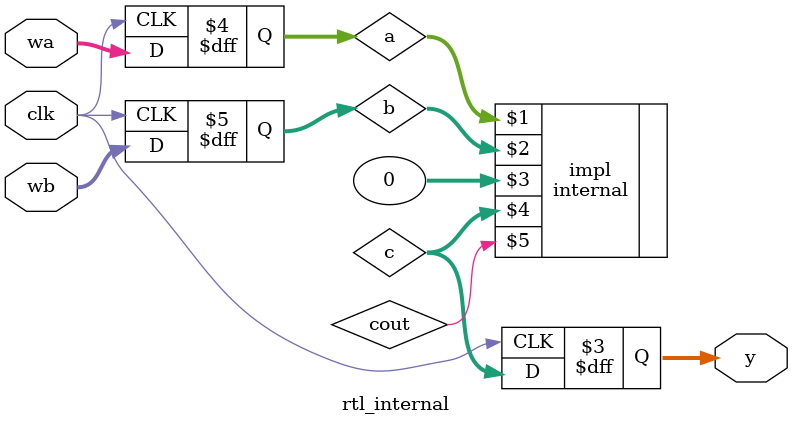
<source format=v>
module rtl_internal #(
    parameter N = 64
) (
    input wire clk,
    input wire [N-1: 0] wa,
    input wire [N-1: 0] wb,
    output reg [N-1: 0] y
);

reg [N-1: 0] a;
reg [N-1: 0] b;

wire [N-1: 0] c;
wire cout;

internal #(N) impl(a, b, 0, c, cout);

always @(posedge clk) begin
    a <= wa;
    b <= wb;
    y <= c;
end

endmodule

</source>
